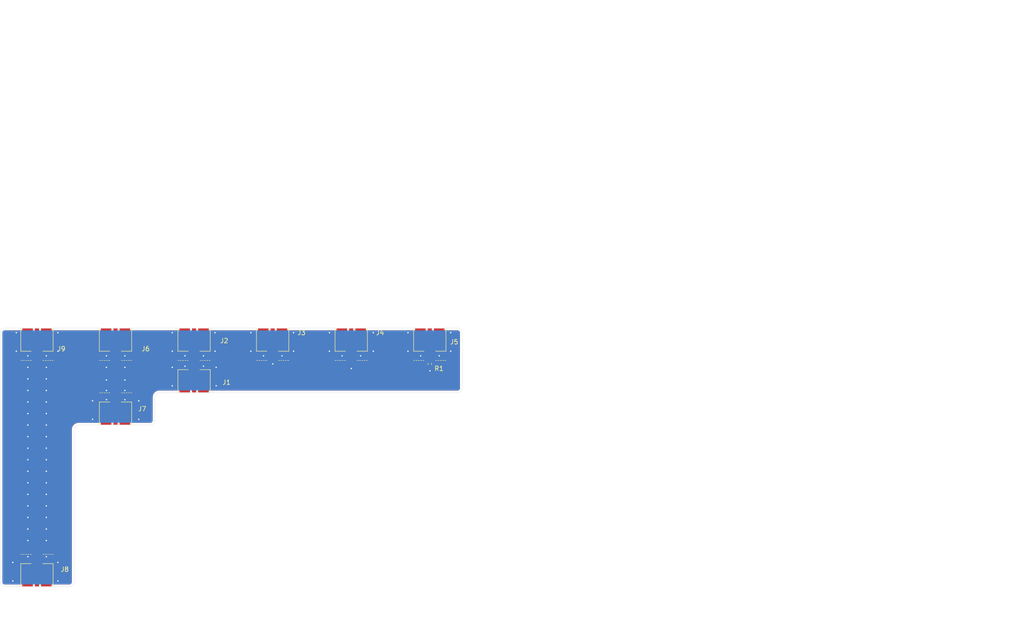
<source format=kicad_pcb>
(kicad_pcb (version 20241229) (generator "pcbnew") (generator_version "9.0")
  (layers (0 "F.Cu" signal) (4 "In1.Cu" signal) (6 "In2.Cu" signal) (2 "B.Cu" signal) (13 "F.Paste" user) (15 "B.Paste" user) (5 "F.SilkS" user "F.Silkscreen") (7 "B.SilkS" user "B.Silkscreen") (1 "F.Mask" user) (3 "B.Mask" user) (25 "Edge.Cuts" user))
  (net 0 "")
  (net 1 "Net-(J1-In)")
  (net 2 "GND")
  (net 3 "Net-(J3-In)")
  (net 4 "unconnected-(J4-In-Pad1)")
  (net 5 "Net-(J5-In)")
  (net 6 "Net-(J6-In)")
  (net 7 "Net-(J8-In)")
  (footprint "TRL_fixture_JLC04161H-7628-lib:Johnson_142-0761-861" (layer "F.Cu") (at 91.968 104.75)
    (property "Reference" "J1" (at 7.032 1 0) (layer "F.SilkS"))
    (property "Value" "142-0761-861" (hide yes))
    (fp_line (start -3.5 -10.75) (end -3.5 -5.75) (stroke (width 0.12)) (layer "F.SilkS"))
    (fp_line (start -3.5 -5.75) (end -1.25 -5.75) (stroke (width 0.12)) (layer "F.SilkS"))
    (fp_line (start 3.5 -10.75) (end 3.5 -5.75) (stroke (width 0.12)) (layer "F.SilkS"))
    (fp_line (start 3.5 -5.75) (end 1.25 -5.75) (stroke (width 0.12)) (layer "F.SilkS"))
    (pad "1" smd rect (at 0 -10.033 90) (size 1.27 0.889) (layers "F.Cu" "F.Mask" "F.Paste") (net 1 "Net-(J1-In)"))
    (pad "2" smd rect (at -2.032 -8.382 90) (size 4.572 2.286) (layers "F.Cu" "F.Mask" "F.Paste") (net 2 "GND"))
    (pad "2" smd rect (at 2.032 -8.382 90) (size 4.572 2.286) (layers "F.Cu" "F.Mask" "F.Paste") (net 2 "GND"))
  )
  (footprint "TRL_fixture_JLC04161H-7628-lib:Johnson_142-0761-861" (layer "F.Cu") (at 142.968 104.75)
    (property "Reference" "J5" (at 5.282 -7.75 0) (layer "F.SilkS"))
    (property "Value" "142-0761-861" (hide yes))
    (fp_line (start -3.5 -10.75) (end -3.5 -5.75) (stroke (width 0.12)) (layer "F.SilkS"))
    (fp_line (start -3.5 -5.75) (end -1.25 -5.75) (stroke (width 0.12)) (layer "F.SilkS"))
    (fp_line (start 3.5 -10.75) (end 3.5 -5.75) (stroke (width 0.12)) (layer "F.SilkS"))
    (fp_line (start 3.5 -5.75) (end 1.25 -5.75) (stroke (width 0.12)) (layer "F.SilkS"))
    (pad "1" smd rect (at 0 -10.033 90) (size 1.27 0.889) (layers "F.Cu" "F.Mask" "F.Paste") (net 5 "Net-(J5-In)"))
    (pad "2" smd rect (at -2.032 -8.382 90) (size 4.572 2.286) (layers "F.Cu" "F.Mask" "F.Paste") (net 2 "GND"))
    (pad "2" smd rect (at 2.032 -8.382 90) (size 4.572 2.286) (layers "F.Cu" "F.Mask" "F.Paste") (net 2 "GND"))
  )
  (footprint "TRL_fixture_JLC04161H-7628-lib:Johnson_142-0761-861" (layer "F.Cu") (at 57.968 139.25 180)
    (property "Reference" "J8" (at -6.032 -7 0) (layer "F.SilkS"))
    (property "Value" "142-0761-861" (hide yes))
    (fp_line (start 3.5 -5.75) (end 1.25 -5.75) (stroke (width 0.12)) (layer "F.SilkS"))
    (fp_line (start 3.5 -10.75) (end 3.5 -5.75) (stroke (width 0.12)) (layer "F.SilkS"))
    (fp_line (start -3.5 -5.75) (end -1.25 -5.75) (stroke (width 0.12)) (layer "F.SilkS"))
    (fp_line (start -3.5 -10.75) (end -3.5 -5.75) (stroke (width 0.12)) (layer "F.SilkS"))
    (pad "1" smd rect (at 0 -10.033 270) (size 1.27 0.889) (layers "F.Cu" "F.Mask" "F.Paste") (net 7 "Net-(J8-In)"))
    (pad "2" smd rect (at -2.032 -8.382 270) (size 4.572 2.286) (layers "F.Cu" "F.Mask" "F.Paste") (net 2 "GND"))
    (pad "2" smd rect (at 2.032 -8.382 270) (size 4.572 2.286) (layers "F.Cu" "F.Mask" "F.Paste") (net 2 "GND"))
  )
  (footprint "TRL_fixture_JLC04161H-7628-lib:Johnson_142-0761-861" (layer "F.Cu") (at 125.968 104.75)
    (property "Reference" "J4" (at 6.25 -9.75 0) (layer "F.SilkS"))
    (property "Value" "142-0761-861" (hide yes))
    (fp_line (start -3.5 -10.75) (end -3.5 -5.75) (stroke (width 0.12)) (layer "F.SilkS"))
    (fp_line (start -3.5 -5.75) (end -1.25 -5.75) (stroke (width 0.12)) (layer "F.SilkS"))
    (fp_line (start 3.5 -10.75) (end 3.5 -5.75) (stroke (width 0.12)) (layer "F.SilkS"))
    (fp_line (start 3.5 -5.75) (end 1.25 -5.75) (stroke (width 0.12)) (layer "F.SilkS"))
    (pad "1" smd rect (at 0 -10.033 90) (size 1.27 0.889) (layers "F.Cu" "F.Mask" "F.Paste") (net 4 "unconnected-(J4-In-Pad1)"))
    (pad "2" smd rect (at -2.032 -8.382 90) (size 4.572 2.286) (layers "F.Cu" "F.Mask" "F.Paste") (net 2 "GND"))
    (pad "2" smd rect (at 2.032 -8.382 90) (size 4.572 2.286) (layers "F.Cu" "F.Mask" "F.Paste") (net 2 "GND"))
  )
  (footprint "NetTie:NetTie-2_SMD_Pad0.5mm" (layer "F.Cu") (at 108.968 101.5 90)
    (property "Reference" "NT1" (hide yes))
    (property "Value" "NetTie_2" (hide yes))
    (fp_poly (pts (xy -0.5 -0.25) (xy 0.5 -0.25) (xy 0.5 0.25) (xy -0.5 0.25)) (fill yes) (layer "F.Cu"))
    (pad "1" smd circle (at -0.5 0 90) (size 0.5 0.5) (layers "F.Cu") (net 2 "GND"))
    (pad "2" smd circle (at 0.5 0 90) (size 0.5 0.5) (layers "F.Cu") (net 3 "Net-(J3-In)"))
  )
  (footprint "TRL_fixture_JLC04161H-7628-lib:Johnson_142-0761-861" (layer "F.Cu") (at 57.968 104.75)
    (property "Reference" "J9" (at 5.282 -6.25 0) (layer "F.SilkS"))
    (property "Value" "142-0761-861" (hide yes))
    (fp_line (start -3.5 -10.75) (end -3.5 -5.75) (stroke (width 0.12)) (layer "F.SilkS"))
    (fp_line (start -3.5 -5.75) (end -1.25 -5.75) (stroke (width 0.12)) (layer "F.SilkS"))
    (fp_line (start 3.5 -10.75) (end 3.5 -5.75) (stroke (width 0.12)) (layer "F.SilkS"))
    (fp_line (start 3.5 -5.75) (end 1.25 -5.75) (stroke (width 0.12)) (layer "F.SilkS"))
    (pad "1" smd rect (at 0 -10.033 90) (size 1.27 0.889) (layers "F.Cu" "F.Mask" "F.Paste") (net 7 "Net-(J8-In)"))
    (pad "2" smd rect (at -2.032 -8.382 90) (size 4.572 2.286) (layers "F.Cu" "F.Mask" "F.Paste") (net 2 "GND"))
    (pad "2" smd rect (at 2.032 -8.382 90) (size 4.572 2.286) (layers "F.Cu" "F.Mask" "F.Paste") (net 2 "GND"))
  )
  (footprint "TRL_fixture_JLC04161H-7628-lib:Johnson_142-0761-861" (layer "F.Cu") (at 74.968 104.75)
    (property "Reference" "J6" (at 6.532 -6.25 0) (layer "F.SilkS"))
    (property "Value" "142-0761-861" (hide yes))
    (fp_line (start -3.5 -10.75) (end -3.5 -5.75) (stroke (width 0.12)) (layer "F.SilkS"))
    (fp_line (start -3.5 -5.75) (end -1.25 -5.75) (stroke (width 0.12)) (layer "F.SilkS"))
    (fp_line (start 3.5 -10.75) (end 3.5 -5.75) (stroke (width 0.12)) (layer "F.SilkS"))
    (fp_line (start 3.5 -5.75) (end 1.25 -5.75) (stroke (width 0.12)) (layer "F.SilkS"))
    (pad "1" smd rect (at 0 -10.033 90) (size 1.27 0.889) (layers "F.Cu" "F.Mask" "F.Paste") (net 6 "Net-(J6-In)"))
    (pad "2" smd rect (at -2.032 -8.382 90) (size 4.572 2.286) (layers "F.Cu" "F.Mask" "F.Paste") (net 2 "GND"))
    (pad "2" smd rect (at 2.032 -8.382 90) (size 4.572 2.286) (layers "F.Cu" "F.Mask" "F.Paste") (net 2 "GND"))
  )
  (footprint "TRL_fixture_JLC04161H-7628-lib:Johnson_142-0761-861" (layer "F.Cu") (at 74.968 104.25 180)
    (property "Reference" "J7" (at -5.782 -7.25 0) (layer "F.SilkS"))
    (property "Value" "e" (hide yes))
    (fp_line (start 3.5 -5.75) (end 1.25 -5.75) (stroke (width 0.12)) (layer "F.SilkS"))
    (fp_line (start 3.5 -10.75) (end 3.5 -5.75) (stroke (width 0.12)) (layer "F.SilkS"))
    (fp_line (start -3.5 -5.75) (end -1.25 -5.75) (stroke (width 0.12)) (layer "F.SilkS"))
    (fp_line (start -3.5 -10.75) (end -3.5 -5.75) (stroke (width 0.12)) (layer "F.SilkS"))
    (pad "1" smd rect (at 0 -10.033 270) (size 1.27 0.889) (layers "F.Cu" "F.Mask" "F.Paste") (net 6 "Net-(J6-In)"))
    (pad "2" smd rect (at -2.032 -8.382 270) (size 4.572 2.286) (layers "F.Cu" "F.Mask" "F.Paste") (net 2 "GND"))
    (pad "2" smd rect (at 2.032 -8.382 270) (size 4.572 2.286) (layers "F.Cu" "F.Mask" "F.Paste") (net 2 "GND"))
  )
  (footprint "Resistor_SMD:R_0402_1005Metric" (layer "F.Cu") (at 142.968 101.75 -90)
    (property "Reference" "R1" (at 1 -2 180) (layer "F.SilkS"))
    (property "Value" "50" (hide yes))
    (fp_line (start -0.153641 0.38) (end 0.153641 0.38) (stroke (width 0.12)) (layer "F.SilkS"))
    (fp_line (start -0.153641 -0.38) (end 0.153641 -0.38) (stroke (width 0.12)) (layer "F.SilkS"))
    (pad "1" smd roundrect (at -0.51 0 270) (size 0.54 0.64) (layers "F.Cu" "F.Mask" "F.Paste") (net 5 "Net-(J5-In)"))
    (pad "2" smd roundrect (at 0.51 0 270) (size 0.54 0.64) (layers "F.Cu" "F.Mask" "F.Paste") (net 2 "GND"))
  )
  (footprint "TRL_fixture_JLC04161H-7628-lib:Johnson_142-0761-861" (layer "F.Cu") (at 91.968 97.25 180)
    (property "Reference" "J2" (at -6.532 0.5 0) (layer "F.SilkS"))
    (property "Value" "142-0761-861" (hide yes))
    (fp_line (start 3.5 -5.75) (end 1.25 -5.75) (stroke (width 0.12)) (layer "F.SilkS"))
    (fp_line (start 3.5 -10.75) (end 3.5 -5.75) (stroke (width 0.12)) (layer "F.SilkS"))
    (fp_line (start -3.5 -5.75) (end -1.25 -5.75) (stroke (width 0.12)) (layer "F.SilkS"))
    (fp_line (start -3.5 -10.75) (end -3.5 -5.75) (stroke (width 0.12)) (layer "F.SilkS"))
    (pad "1" smd rect (at 0 -10.033 270) (size 1.27 0.889) (layers "F.Cu" "F.Mask" "F.Paste") (net 1 "Net-(J1-In)"))
    (pad "2" smd rect (at -2.032 -8.382 270) (size 4.572 2.286) (layers "F.Cu" "F.Mask" "F.Paste") (net 2 "GND"))
    (pad "2" smd rect (at 2.032 -8.382 270) (size 4.572 2.286) (layers "F.Cu" "F.Mask" "F.Paste") (net 2 "GND"))
  )
  (footprint "TRL_fixture_JLC04161H-7628-lib:Johnson_142-0761-861" (layer "F.Cu") (at 108.968 104.75)
    (property "Reference" "J3" (at 6.25 -9.75 0) (layer "F.SilkS"))
    (property "Value" "142-0761-861" (hide yes))
    (fp_line (start -3.5 -10.75) (end -3.5 -5.75) (stroke (width 0.12)) (layer "F.SilkS"))
    (fp_line (start -3.5 -5.75) (end -1.25 -5.75) (stroke (width 0.12)) (layer "F.SilkS"))
    (fp_line (start 3.5 -10.75) (end 3.5 -5.75) (stroke (width 0.12)) (layer "F.SilkS"))
    (fp_line (start 3.5 -5.75) (end 1.25 -5.75) (stroke (width 0.12)) (layer "F.SilkS"))
    (pad "1" smd rect (at 0 -10.033 90) (size 1.27 0.889) (layers "F.Cu" "F.Mask" "F.Paste") (net 3 "Net-(J3-In)"))
    (pad "2" smd rect (at -2.032 -8.382 90) (size 4.572 2.286) (layers "F.Cu" "F.Mask" "F.Paste") (net 2 "GND"))
    (pad "2" smd rect (at 2.032 -8.382 90) (size 4.572 2.286) (layers "F.Cu" "F.Mask" "F.Paste") (net 2 "GND"))
  )
  (gr_rect (start 107.343 101) (end 110.593 102.75) (stroke (width 0.2)) (fill yes) (layer "F.Cu") (net 2))
  (gr_line (start 107.468 101) (end 107.718 101) (stroke (width 0.1)) (layer "F.SilkS"))
  (gr_line (start 76.75 101) (end 77 101) (stroke (width 0.1)) (layer "F.SilkS"))
  (gr_line (start 122.468 101) (end 122.718 101) (stroke (width 0.1)) (layer "F.SilkS"))
  (gr_line (start 124.468 101) (end 124.718 101) (stroke (width 0.1)) (layer "F.SilkS"))
  (gr_line (start 105.968 101) (end 106.218 101) (stroke (width 0.1)) (layer "F.SilkS"))
  (gr_line (start 54.5 101) (end 54.75 101) (stroke (width 0.1)) (layer "F.SilkS"))
  (gr_line (start 76.25 108) (end 76.5 108) (stroke (width 0.1)) (layer "F.SilkS"))
  (gr_line (start 122.968 101) (end 123.218 101) (stroke (width 0.1)) (layer "F.SilkS"))
  (gr_line (start 139.968 101) (end 140.218 101) (stroke (width 0.1)) (layer "F.SilkS"))
  (gr_line (start 127.218 101) (end 127.468 101) (stroke (width 0.1)) (layer "F.SilkS"))
  (gr_line (start 141.468 101) (end 141.718 101) (stroke (width 0.1)) (layer "F.SilkS"))
  (gr_line (start 56.5 143) (end 56.75 143) (stroke (width 0.1)) (layer "F.SilkS"))
  (gr_line (start 140.468 101) (end 140.718 101) (stroke (width 0.1)) (layer "F.SilkS"))
  (gr_line (start 139.468 101) (end 139.718 101) (stroke (width 0.1)) (layer "F.SilkS"))
  (gr_line (start 106.468 101) (end 106.718 101) (stroke (width 0.1)) (layer "F.SilkS"))
  (gr_line (start 78.25 108) (end 78.5 108) (stroke (width 0.1)) (layer "F.SilkS"))
  (gr_line (start 145.718 101) (end 145.968 101) (stroke (width 0.1)) (layer "F.SilkS"))
  (gr_line (start 129.218 101) (end 129.468 101) (stroke (width 0.1)) (layer "F.SilkS"))
  (gr_line (start 61.25 101) (end 61.5 101) (stroke (width 0.1)) (layer "F.SilkS"))
  (gr_line (start 59.25 143) (end 59.5 143) (stroke (width 0.1)) (layer "F.SilkS"))
  (gr_line (start 59.75 101) (end 60 101) (stroke (width 0.1)) (layer "F.SilkS"))
  (gr_line (start 110.718 101) (end 110.968 101) (stroke (width 0.1)) (layer "F.SilkS"))
  (gr_line (start 76.25 101) (end 76.5 101) (stroke (width 0.1)) (layer "F.SilkS"))
  (gr_line (start 55 143) (end 55.25 143) (stroke (width 0.1)) (layer "F.SilkS"))
  (gr_line (start 61.25 143) (end 61.5 143) (stroke (width 0.1)) (layer "F.SilkS"))
  (gr_line (start 111.718 101) (end 111.968 101) (stroke (width 0.1)) (layer "F.SilkS"))
  (gr_line (start 71.5 108) (end 71.75 108) (stroke (width 0.1)) (layer "F.SilkS"))
  (gr_line (start 76.75 108) (end 77 108) (stroke (width 0.1)) (layer "F.SilkS"))
  (gr_line (start 77.25 101) (end 77.5 101) (stroke (width 0.1)) (layer "F.SilkS"))
  (gr_line (start 55 101) (end 55.25 101) (stroke (width 0.1)) (layer "F.SilkS"))
  (gr_line (start 106.968 101) (end 107.218 101) (stroke (width 0.1)) (layer "F.SilkS"))
  (gr_line (start 60.75 143) (end 61 143) (stroke (width 0.1)) (layer "F.SilkS"))
  (gr_line (start 110.218 101) (end 110.468 101) (stroke (width 0.1)) (layer "F.SilkS"))
  (gr_line (start 59.75 143) (end 60 143) (stroke (width 0.1)) (layer "F.SilkS"))
  (gr_line (start 95.218 101) (end 95.468 101) (stroke (width 0.1)) (layer "F.SilkS"))
  (gr_line (start 72.5 108) (end 72.75 108) (stroke (width 0.1)) (layer "F.SilkS"))
  (gr_line (start 56 143) (end 56.25 143) (stroke (width 0.1)) (layer "F.SilkS"))
  (gr_line (start 144.718 101) (end 144.968 101) (stroke (width 0.1)) (layer "F.SilkS"))
  (gr_line (start 90.468 101) (end 90.718 101) (stroke (width 0.1)) (layer "F.SilkS"))
  (gr_line (start 56 101) (end 56.25 101) (stroke (width 0.1)) (layer "F.SilkS"))
  (gr_line (start 60.25 101) (end 60.5 101) (stroke (width 0.1)) (layer "F.SilkS"))
  (gr_line (start 93.718 101) (end 93.968 101) (stroke (width 0.1)) (layer "F.SilkS"))
  (gr_line (start 77.25 108) (end 77.5 108) (stroke (width 0.1)) (layer "F.SilkS"))
  (gr_line (start 72 101) (end 72.25 101) (stroke (width 0.1)) (layer "F.SilkS"))
  (gr_line (start 88.468 101) (end 88.718 101) (stroke (width 0.1)) (layer "F.SilkS"))
  (gr_line (start 55.5 143) (end 55.75 143) (stroke (width 0.1)) (layer "F.SilkS"))
  (gr_line (start 123.968 101) (end 124.218 101) (stroke (width 0.1)) (layer "F.SilkS"))
  (gr_line (start 105.468 101) (end 105.718 101) (stroke (width 0.1)) (layer "F.SilkS"))
  (gr_line (start 71.5 101) (end 71.75 101) (stroke (width 0.1)) (layer "F.SilkS"))
  (gr_line (start 140.968 101) (end 141.218 101) (stroke (width 0.1)) (layer "F.SilkS"))
  (gr_line (start 94.218 101) (end 94.468 101) (stroke (width 0.1)) (layer "F.SilkS"))
  (gr_line (start 144.218 101) (end 144.468 101) (stroke (width 0.1)) (layer "F.SilkS"))
  (gr_line (start 56.5 101) (end 56.75 101) (stroke (width 0.1)) (layer "F.SilkS"))
  (gr_line (start 127.718 101) (end 127.968 101) (stroke (width 0.1)) (layer "F.SilkS"))
  (gr_line (start 77.75 108) (end 78 108) (stroke (width 0.1)) (layer "F.SilkS"))
  (gr_line (start 128.718 101) (end 128.968 101) (stroke (width 0.1)) (layer "F.SilkS"))
  (gr_line (start 145.218 101) (end 145.468 101) (stroke (width 0.1)) (layer "F.SilkS"))
  (gr_line (start 111.218 101) (end 111.468 101) (stroke (width 0.1)) (layer "F.SilkS"))
  (gr_line (start 54.5 143) (end 54.75 143) (stroke (width 0.1)) (layer "F.SilkS"))
  (gr_line (start 78.25 101) (end 78.5 101) (stroke (width 0.1)) (layer "F.SilkS"))
  (gr_line (start 72.5 101) (end 72.75 101) (stroke (width 0.1)) (layer "F.SilkS"))
  (gr_line (start 73 101) (end 73.25 101) (stroke (width 0.1)) (layer "F.SilkS"))
  (gr_line (start 128.218 101) (end 128.468 101) (stroke (width 0.1)) (layer "F.SilkS"))
  (gr_line (start 60.25 143) (end 60.5 143) (stroke (width 0.1)) (layer "F.SilkS"))
  (gr_line (start 72 108) (end 72.25 108) (stroke (width 0.1)) (layer "F.SilkS"))
  (gr_line (start 93.218 101) (end 93.468 101) (stroke (width 0.1)) (layer "F.SilkS"))
  (gr_line (start 88.968 101) (end 89.218 101) (stroke (width 0.1)) (layer "F.SilkS"))
  (gr_line (start 89.468 101) (end 89.718 101) (stroke (width 0.1)) (layer "F.SilkS"))
  (gr_line (start 73.5 108) (end 73.75 108) (stroke (width 0.1)) (layer "F.SilkS"))
  (gr_line (start 77.75 101) (end 78 101) (stroke (width 0.1)) (layer "F.SilkS"))
  (gr_line (start 112.218 101) (end 112.468 101) (stroke (width 0.1)) (layer "F.SilkS"))
  (gr_line (start 73 108) (end 73.25 108) (stroke (width 0.1)) (layer "F.SilkS"))
  (gr_line (start 55.5 101) (end 55.75 101) (stroke (width 0.1)) (layer "F.SilkS"))
  (gr_line (start 59.25 101) (end 59.5 101) (stroke (width 0.1)) (layer "F.SilkS"))
  (gr_line (start 94.718 101) (end 94.968 101) (stroke (width 0.1)) (layer "F.SilkS"))
  (gr_line (start 73.5 101) (end 73.75 101) (stroke (width 0.1)) (layer "F.SilkS"))
  (gr_line (start 89.968 101) (end 90.218 101) (stroke (width 0.1)) (layer "F.SilkS"))
  (gr_line (start 60.75 101) (end 61 101) (stroke (width 0.1)) (layer "F.SilkS"))
  (gr_line (start 146.218 101) (end 146.468 101) (stroke (width 0.1)) (layer "F.SilkS"))
  (gr_line (start 123.468 101) (end 123.718 101) (stroke (width 0.1)) (layer "F.SilkS"))
  (gr_line (start 83.5 109) (end 83.5 114) (stroke (width 0.05)) (layer "Edge.Cuts"))
  (gr_line (start 50 95) (end 50 149) (stroke (width 0.05)) (layer "Edge.Cuts"))
  (gr_line (start 67 115) (end 82.5 115) (stroke (width 0.05)) (layer "Edge.Cuts"))
  (gr_line (start 150 95) (end 150 107) (stroke (width 0.05)) (layer "Edge.Cuts"))
  (gr_arc (start 83.5 109) (mid 83.792893 108.292893) (end 84.5 108) (stroke (width 0.05)) (layer "Edge.Cuts"))
  (gr_arc (start 150 107) (mid 149.707107 107.707107) (end 149 108) (stroke (width 0.05)) (layer "Edge.Cuts"))
  (gr_arc (start 83.5 114) (mid 83.207107 114.707107) (end 82.5 115) (stroke (width 0.05)) (layer "Edge.Cuts"))
  (gr_arc (start 50 95) (mid 50.292893 94.292893) (end 51 94) (stroke (width 0.05)) (layer "Edge.Cuts"))
  (gr_line (start 149 108) (end 84.5 108) (stroke (width 0.05)) (layer "Edge.Cuts"))
  (gr_line (start 66 149) (end 66 116) (stroke (width 0.05)) (layer "Edge.Cuts"))
  (gr_arc (start 66 149) (mid 65.707107 149.707107) (end 65 150) (stroke (width 0.05)) (layer "Edge.Cuts"))
  (gr_line (start 51 150) (end 65 150) (stroke (width 0.05)) (layer "Edge.Cuts"))
  (gr_arc (start 149 94) (mid 149.707107 94.292893) (end 150 95) (stroke (width 0.05)) (layer "Edge.Cuts"))
  (gr_arc (start 51 150) (mid 50.292893 149.707107) (end 50 149) (stroke (width 0.05)) (layer "Edge.Cuts"))
  (gr_arc (start 66 116) (mid 66.292893 115.292893) (end 67 115) (stroke (width 0.05)) (layer "Edge.Cuts"))
  (gr_line (start 149 94) (end 51 94) (stroke (width 0.05)) (layer "Edge.Cuts"))
  (segment (start 91.970314 100.997686) (end 91.968 101) (width 0.35) (layer "F.Cu") (net 1))
  (segment (start 91.970314 94.719314) (end 91.970314 100.997686) (width 0.35) (layer "F.Cu") (net 1))
  (segment (start 91.968 107.283) (end 91.968 101.004628) (width 0.35) (layer "F.Cu") (net 1))
  (segment (start 91.968 94.717) (end 91.970314 94.719314) (width 0.35) (layer "F.Cu") (net 1))
  (via (at 60 105) (size 0.6) (drill 0.3) (layers "F.Cu" "B.Cu") (net 2))
  (via (at 60 115) (size 0.6) (drill 0.3) (layers "F.Cu" "B.Cu") (net 2))
  (via (at 60 132.5) (size 0.6) (drill 0.3) (layers "F.Cu" "B.Cu") (net 2))
  (via (at 107 100) (size 0.6) (drill 0.3) (layers "F.Cu" "B.Cu") (net 2))
  (via (at 60 122.5) (size 0.6) (drill 0.3) (layers "F.Cu" "B.Cu") (net 2))
  (via (at 138.25 95) (size 0.6) (drill 0.3) (layers "F.Cu" "B.Cu") (net 2))
  (via (at 73 107.5) (size 0.6) (drill 0.3) (layers "F.Cu" "B.Cu") (net 2))
  (via (at 96.5 95) (size 0.6) (drill 0.3) (layers "F.Cu" "B.Cu") (net 2))
  (via (at 56 105) (size 0.6) (drill 0.3) (layers "F.Cu" "B.Cu") (net 2))
  (via (at 62.5 144.75) (size 0.6) (drill 0.3) (layers "F.Cu" "B.Cu") (net 2))
  (via (at 56 127.5) (size 0.6) (drill 0.3) (layers "F.Cu" "B.Cu") (net 2))
  (via (at 77 100) (size 0.6) (drill 0.3) (layers "F.Cu" "B.Cu") (net 2))
  (via (at 60 140) (size 0.6) (drill 0.3) (layers "F.Cu" "B.Cu") (net 2))
  (via (at 60 112.5) (size 0.6) (drill 0.3) (layers "F.Cu" "B.Cu") (net 2))
  (via (at 96.75 102.5) (size 0.6) (drill 0.3) (layers "F.Cu" "B.Cu") (net 2))
  (via (at 56 125) (size 0.6) (drill 0.3) (layers "F.Cu" "B.Cu") (net 2))
  (via (at 130.75 95) (size 0.6) (drill 0.3) (layers "F.Cu" "B.Cu") (net 2))
  (via (at 111 100) (size 0.6) (drill 0.3) (layers "F.Cu" "B.Cu") (net 2))
  (via (at 60 143.5) (size 0.6) (drill 0.3) (layers "F.Cu" "B.Cu") (net 2))
  (via (at 121.25 99) (size 0.6) (drill 0.3) (layers "F.Cu" "B.Cu") (net 2))
  (via (at 145 100) (size 0.6) (drill 0.3) (layers "F.Cu" "B.Cu") (net 2))
  (via (at 147.5 95) (size 0.6) (drill 0.3) (layers "F.Cu" "B.Cu") (net 2))
  (via (at 60 137.5) (size 0.6) (drill 0.3) (layers "F.Cu" "B.Cu") (net 2))
  (via (at 62.5 99) (size 0.6) (drill 0.3) (layers "F.Cu" "B.Cu") (net 2))
  (via (at 87.25 95) (size 0.6) (drill 0.3) (layers "F.Cu" "B.Cu") (net 2))
  (via (at 70 109.75) (size 0.6) (drill 0.3) (layers "F.Cu" "B.Cu") (net 2))
  (via (at 104.25 95) (size 0.6) (drill 0.3) (layers "F.Cu" "B.Cu") (net 2))
  (via (at 60 100) (size 0.6) (drill 0.3) (layers "F.Cu" "B.Cu") (net 2))
  (via (at 77 102.5) (size 0.6) (drill 0.3) (layers "F.Cu" "B.Cu") (net 2))
  (via (at 70 113.75) (size 0.6) (drill 0.3) (layers "F.Cu" "B.Cu") (net 2))
  (via (at 124 100) (size 0.6) (drill 0.3) (layers "F.Cu" "B.Cu") (net 2))
  (via (at 60 102.5) (size 0.6) (drill 0.3) (layers "F.Cu" "B.Cu") (net 2))
  (via (at 56 130) (size 0.6) (drill 0.3) (layers "F.Cu" "B.Cu") (net 2))
  (via (at 77 105.25) (size 0.6) (drill 0.3) (layers "F.Cu" "B.Cu") (net 2))
  (via (at 56 100) (size 0.6) (drill 0.3) (layers "F.Cu" "B.Cu") (net 2))
  (via (at 56 132.5) (size 0.6) (drill 0.3) (layers "F.Cu" "B.Cu") (net 2))
  (via (at 77 107.5) (size 0.6) (drill 0.3) (layers "F.Cu" "B.Cu") (net 2))
  (via (at 96.75 106.5) (size 0.6) (drill 0.3) (layers "F.Cu" "B.Cu") (net 2))
  (via (at 109 101.75) (size 0.6) (drill 0.3) (layers "F.Cu" "B.Cu") (net 2))
  (via (at 53.5 95) (size 0.6) (drill 0.3) (layers "F.Cu" "B.Cu") (net 2))
  (via (at 77 109.5) (size 0.6) (drill 0.3) (layers "F.Cu" "B.Cu") (net 2))
  (via (at 62.5 148.75) (size 0.6) (drill 0.3) (layers "F.Cu" "B.Cu") (net 2))
  (via (at 104.25 99) (size 0.6) (drill 0.3) (layers "F.Cu" "B.Cu") (net 2))
  (via (at 138.25 99) (size 0.6) (drill 0.3) (layers "F.Cu" "B.Cu") (net 2))
  (via (at 60 127.5) (size 0.6) (drill 0.3) (layers "F.Cu" "B.Cu") (net 2))
  (via (at 113.5 95) (size 0.6) (drill 0.3) (layers "F.Cu" "B.Cu") (net 2))
  (via (at 80 113.75) (size 0.6) (drill 0.3) (layers "F.Cu" "B.Cu") (net 2))
  (via (at 56 143.5) (size 0.6) (drill 0.3) (layers "F.Cu" "B.Cu") (net 2))
  (via (at 56 120) (size 0.6) (drill 0.3) (layers "F.Cu" "B.Cu") (net 2))
  (via (at 60 135) (size 0.6) (drill 0.3) (layers "F.Cu" "B.Cu") (net 2))
  (via (at 143 103.25) (size 0.6) (drill 0.3) (layers "F.Cu" "B.Cu") (net 2))
  (via (at 62.5 95) (size 0.6) (drill 0.3) (layers "F.Cu" "B.Cu") (net 2))
  (via (at 87.25 99) (size 0.6) (drill 0.3) (layers "F.Cu" "B.Cu") (net 2))
  (via (at 56 122.5) (size 0.6) (drill 0.3) (layers "F.Cu" "B.Cu") (net 2))
  (via (at 56 140) (size 0.6) (drill 0.3) (layers "F.Cu" "B.Cu") (net 2))
  (via (at 121.25 95) (size 0.6) (drill 0.3) (layers "F.Cu" "B.Cu") (net 2))
  (via (at 56 110) (size 0.6) (drill 0.3) (layers "F.Cu" "B.Cu") (net 2))
  (via (at 126 102.75) (size 0.6) (drill 0.3) (layers "F.Cu" "B.Cu") (net 2))
  (via (at 56 102.5) (size 0.6) (drill 0.3) (layers "F.Cu" "B.Cu") (net 2))
  (via (at 60 117.5) (size 0.6) (drill 0.3) (layers "F.Cu" "B.Cu") (net 2))
  (via (at 73 102.5) (size 0.6) (drill 0.3) (layers "F.Cu" "B.Cu") (net 2))
  (via (at 52.75 148.75) (size 0.6) (drill 0.3) (layers "F.Cu" "B.Cu") (net 2))
  (via (at 60 125) (size 0.6) (drill 0.3) (layers "F.Cu" "B.Cu") (net 2))
  (via (at 56 115) (size 0.6) (drill 0.3) (layers "F.Cu" "B.Cu") (net 2))
  (via (at 90 100) (size 0.6) (drill 0.3) (layers "F.Cu" "B.Cu") (net 2))
  (via (at 73 100) (size 0.6) (drill 0.3) (layers "F.Cu" "B.Cu") (net 2))
  (via (at 94 102.25) (size 0.6) (drill 0.3) (layers "F.Cu" "B.Cu") (net 2))
  (via (at 141 100) (size 0.6) (drill 0.3) (layers "F.Cu" "B.Cu") (net 2))
  (via (at 90 102.25) (size 0.6) (drill 0.3) (layers "F.Cu" "B.Cu") (net 2))
  (via (at 60 130) (size 0.6) (drill 0.3) (layers "F.Cu" "B.Cu") (net 2))
  (via (at 56 135) (size 0.6) (drill 0.3) (layers "F.Cu" "B.Cu") (net 2))
  (via (at 56 137.5) (size 0.6) (drill 0.3) (layers "F.Cu" "B.Cu") (net 2))
  (via (at 60 110) (size 0.6) (drill 0.3) (layers "F.Cu" "B.Cu") (net 2))
  (via (at 56 117.5) (size 0.6) (drill 0.3) (layers "F.Cu" "B.Cu") (net 2))
  (via (at 87.25 106.5) (size 0.6) (drill 0.3) (layers "F.Cu" "B.Cu") (net 2))
  (via (at 60 107.5) (size 0.6) (drill 0.3) (layers "F.Cu" "B.Cu") (net 2))
  (via (at 128 100) (size 0.6) (drill 0.3) (layers "F.Cu" "B.Cu") (net 2))
  (via (at 96.5 99) (size 0.6) (drill 0.3) (layers "F.Cu" "B.Cu") (net 2))
  (via (at 73 105.25) (size 0.6) (drill 0.3) (layers "F.Cu" "B.Cu") (net 2))
  (via (at 80 109.75) (size 0.6) (drill 0.3) (layers "F.Cu" "B.Cu") (net 2))
  (via (at 94 100) (size 0.6) (drill 0.3) (layers "F.Cu" "B.Cu") (net 2))
  (via (at 60 120) (size 0.6) (drill 0.3) (layers "F.Cu" "B.Cu") (net 2))
  (via (at 87.25 102.5) (size 0.6) (drill 0.3) (layers "F.Cu" "B.Cu") (net 2))
  (via (at 52.75 144.75) (size 0.6) (drill 0.3) (layers "F.Cu" "B.Cu") (net 2))
  (via (at 53.5 99) (size 0.6) (drill 0.3) (layers "F.Cu" "B.Cu") (net 2))
  (via (at 147.5 99) (size 0.6) (drill 0.3) (layers "F.Cu" "B.Cu") (net 2))
  (via (at 113.5 99) (size 0.6) (drill 0.3) (layers "F.Cu" "B.Cu") (net 2))
  (via (at 56 107.5) (size 0.6) (drill 0.3) (layers "F.Cu" "B.Cu") (net 2))
  (via (at 56 112.5) (size 0.6) (drill 0.3) (layers "F.Cu" "B.Cu") (net 2))
  (via (at 73 109.5) (size 0.6) (drill 0.3) (layers "F.Cu" "B.Cu") (net 2))
  (via (at 130.75 99) (size 0.6) (drill 0.3) (layers "F.Cu" "B.Cu") (net 2))
  (segment (start 108.968 94.75) (end 108.968 101) (width 0.35) (layer "F.Cu") (net 3))
  (segment (start 125.968 94.75) (end 125.968 101) (width 0.35) (layer "F.Cu") (net 4))
  (segment (start 142.968 94.75) (end 142.968 101) (width 0.35) (layer "F.Cu") (net 5))
  (segment (start 74.968 94.75) (end 74.968 114.278372) (width 0.35) (layer "F.Cu") (net 6))
  (segment (start 57.968 149.25) (end 57.968 94.75) (width 0.35) (layer "F.Cu") (net 7))
  (zone (net 2) (net_name "GND") (layers "F.Cu" "B.Cu" "In1.Cu" "In2.Cu") (name "GND") (connect_pads yes (clearance 0.5)) (min_thickness 0.25) (fill yes (thermal_gap 0.5) (thermal_bridge_width 0.5))
    (polygon (pts (xy 50 150) (xy 150 150) (xy 150 94) (xy 50 94)))
  )
)
</source>
